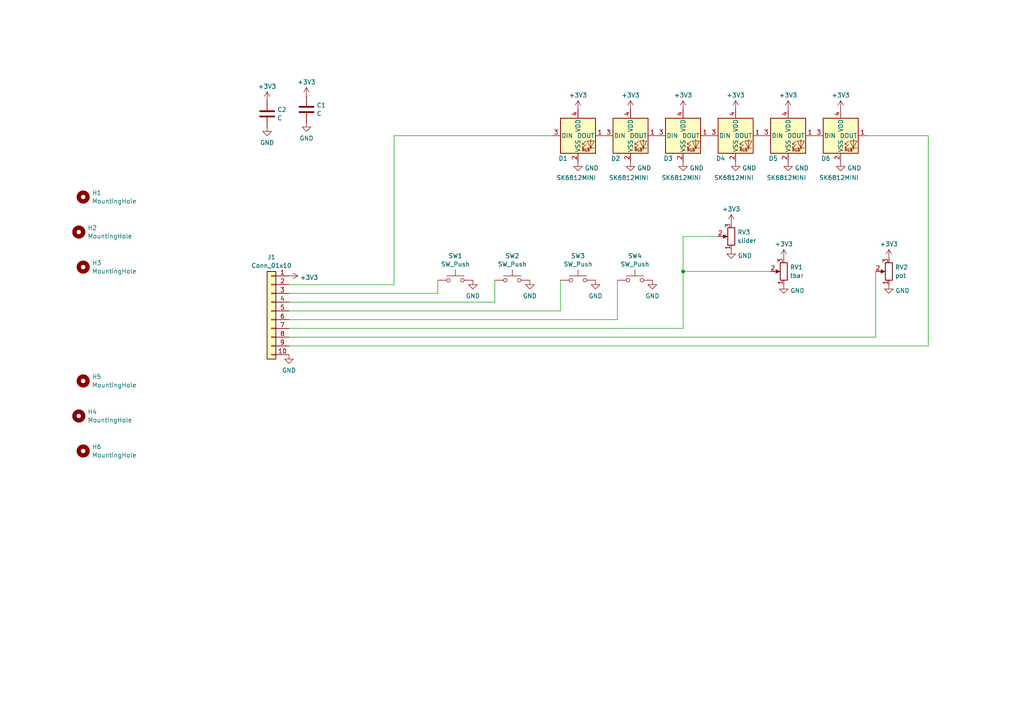
<source format=kicad_sch>
(kicad_sch (version 20231120) (generator "eeschema") (generator_version "8.0")
  (paper "A4")
  (lib_symbols
    (symbol "Connector_Generic:Conn_01x10" (pin_names (offset 1.016) hide)
      (property "Reference" "J" (at 0 12.7 0))
      (property "Value" "Conn_01x10" (at 0 -15.24 0))
      (symbol "Conn_01x10_1_1"
        (rectangle (start -1.27 -12.573) (end 0 -12.827) (stroke (width 0.1524)))
        (rectangle (start -1.27 -10.033) (end 0 -10.287) (stroke (width 0.1524)))
        (rectangle (start -1.27 -7.493) (end 0 -7.747) (stroke (width 0.1524)))
        (rectangle (start -1.27 -4.953) (end 0 -5.207) (stroke (width 0.1524)))
        (rectangle (start -1.27 -2.413) (end 0 -2.667) (stroke (width 0.1524)))
        (rectangle (start -1.27 0.127) (end 0 -0.127) (stroke (width 0.1524)))
        (rectangle (start -1.27 2.667) (end 0 2.413) (stroke (width 0.1524)))
        (rectangle (start -1.27 5.207) (end 0 4.953) (stroke (width 0.1524)))
        (rectangle (start -1.27 7.747) (end 0 7.493) (stroke (width 0.1524)))
        (rectangle (start -1.27 10.287) (end 0 10.033) (stroke (width 0.1524)))
        (rectangle (start -1.27 11.43) (end 1.27 -13.97) (stroke (width 0.254)) (fill (type background)))
        (pin passive line (at -5.08 10.16 0) (length 3.81) (name "Pin_1") (number "1"))
        (pin passive line (at -5.08 -12.7 0) (length 3.81) (name "Pin_10") (number "10"))
        (pin passive line (at -5.08 7.62 0) (length 3.81) (name "Pin_2") (number "2"))
        (pin passive line (at -5.08 5.08 0) (length 3.81) (name "Pin_3") (number "3"))
        (pin passive line (at -5.08 2.54 0) (length 3.81) (name "Pin_4") (number "4"))
        (pin passive line (at -5.08 0 0) (length 3.81) (name "Pin_5") (number "5"))
        (pin passive line (at -5.08 -2.54 0) (length 3.81) (name "Pin_6") (number "6"))
        (pin passive line (at -5.08 -5.08 0) (length 3.81) (name "Pin_7") (number "7"))
        (pin passive line (at -5.08 -7.62 0) (length 3.81) (name "Pin_8") (number "8"))
        (pin passive line (at -5.08 -10.16 0) (length 3.81) (name "Pin_9") (number "9"))
      )
    )
    (symbol "Device:C" (pin_numbers hide) (pin_names (offset 0.254))
      (property "Reference" "C" (at 0.635 2.54 0))
      (property "Value" "C" (at 0.635 -2.54 0))
      (symbol "C_0_1"
        (polyline (pts (xy -2.032 -0.762) (xy 2.032 -0.762)) (stroke (width 0.508)))
        (polyline (pts (xy -2.032 0.762) (xy 2.032 0.762)) (stroke (width 0.508)))
      )
      (symbol "C_1_1"
        (pin passive line (at 0 3.81 270) (length 2.794) (name "~") (number "1"))
        (pin passive line (at 0 -3.81 90) (length 2.794) (name "~") (number "2"))
      )
    )
    (symbol "Device:R_Potentiometer" (pin_names (offset 1.016) hide)
      (property "Reference" "RV" (at -4.445 0 90))
      (property "Value" "R_Potentiometer" (at -2.54 0 90))
      (symbol "R_Potentiometer_0_1"
        (polyline (pts (xy 2.54 0) (xy 1.524 0)))
        (polyline (pts (xy 1.143 0) (xy 2.286 0.508) (xy 2.286 -0.508) (xy 1.143 0)) (fill (type outline)))
        (rectangle (start 1.016 2.54) (end -1.016 -2.54) (stroke (width 0.254)))
      )
      (symbol "R_Potentiometer_1_1"
        (pin passive line (at 0 3.81 270) (length 1.27) (name "1") (number "1"))
        (pin passive line (at 3.81 0 180) (length 1.27) (name "2") (number "2"))
        (pin passive line (at 0 -3.81 90) (length 1.27) (name "3") (number "3"))
      )
    )
    (symbol "Mechanical:MountingHole" (pin_names (offset 1.016)) (exclude_from_sim yes) (in_bom no)
      (property "Reference" "H" (at 0 5.08 0))
      (property "Value" "MountingHole" (at 0 3.175 0))
      (symbol "MountingHole_0_1"
        (circle (center 0 0) (radius 1.27) (stroke (width 1.27)))
      )
    )
    (symbol "Switch:SW_Push" (pin_numbers hide) (pin_names (offset 1.016) hide)
      (property "Reference" "SW" (at 1.27 2.54 0))
      (property "Value" "SW_Push" (at 0 -1.524 0))
      (symbol "SW_Push_0_1"
        (circle (center -2.032 0) (radius 0.508))
        (polyline (pts (xy 0 1.27) (xy 0 3.048)))
        (polyline (pts (xy 2.54 1.27) (xy -2.54 1.27)))
        (circle (center 2.032 0) (radius 0.508))
        (pin passive line (at -5.08 0 0) (length 2.54) (name "1") (number "1"))
        (pin passive line (at 5.08 0 180) (length 2.54) (name "2") (number "2"))
      )
    )
    (symbol "power:+3V3" (power) (pin_names (offset 0))
      (property "Value" "+3V3" (at 0 3.556 0))
      (symbol "+3V3_0_1"
        (polyline (pts (xy -0.762 1.27) (xy 0 2.54)))
        (polyline (pts (xy 0 0) (xy 0 2.54)))
        (polyline (pts (xy 0 2.54) (xy 0.762 1.27)))
      )
      (symbol "+3V3_1_1"
        (pin power_in line (at 0 0 90) (length 0) hide (name "+3V3") (number "1"))
      )
    )
    (symbol "power:GND" (power) (pin_names (offset 0))
      (property "Value" "GND" (at 0 -3.81 0))
      (symbol "GND_0_1"
        (polyline (pts (xy 0 0) (xy 0 -1.27) (xy 1.27 -1.27) (xy 0 -2.54) (xy -1.27 -1.27) (xy 0 -1.27)))
      )
      (symbol "GND_1_1"
        (pin power_in line (at 0 0 270) (length 0) hide (name "GND") (number "1"))
      )
    )
    (symbol "synkie_symbols:SK6812MINI" (pin_names (offset 0.254))
      (property "Reference" "D" (at 5.08 5.715 0))
      (property "Value" "SK6812MINI" (at 1.27 -5.715 0))
      (symbol "SK6812MINI_0_0"
        (text "RGB" (at 2.286 -4.191 0) (effects (font (size 0.762 0.762))))
      )
      (symbol "SK6812MINI_0_1"
        (polyline (pts (xy 1.27 -3.556) (xy 1.778 -3.556)))
        (polyline (pts (xy 1.27 -2.54) (xy 1.778 -2.54)))
        (polyline (pts (xy 4.699 -3.556) (xy 2.667 -3.556)))
        (polyline (pts (xy 2.286 -2.54) (xy 1.27 -3.556) (xy 1.27 -3.048)))
        (polyline (pts (xy 2.286 -1.524) (xy 1.27 -2.54) (xy 1.27 -2.032)))
        (polyline (pts (xy 3.683 -1.016) (xy 3.683 -3.556) (xy 3.683 -4.064)))
        (polyline (pts (xy 4.699 -1.524) (xy 2.667 -1.524) (xy 3.683 -3.556) (xy 4.699 -1.524)))
        (rectangle (start 5.08 5.08) (end -5.08 -5.08) (stroke (width 0.254)) (fill (type background)))
      )
      (symbol "SK6812MINI_1_1"
        (pin output line (at 7.62 0 180) (length 2.54) (name "DOUT") (number "1"))
        (pin power_in line (at 0 -7.62 90) (length 2.54) (name "VSS") (number "2"))
        (pin input line (at -7.62 0 0) (length 2.54) (name "DIN") (number "3"))
        (pin power_in line (at 0 7.62 270) (length 2.54) (name "VDD") (number "4"))
      )
    )
  )
  (junction (at 198.12 78.74))
  (wire (pts (xy 198.12 68.58) (xy 198.12 78.74)))
  (wire (pts (xy 251.46 39.37) (xy 269.24 39.37)))
  (wire (pts (xy 83.82 100.33) (xy 269.24 100.33)))
  (wire (pts (xy 83.82 85.09) (xy 127 85.09)))
  (wire (pts (xy 143.51 87.63) (xy 143.51 81.28)))
  (wire (pts (xy 114.3 39.37) (xy 160.02 39.37)))
  (wire (pts (xy 83.82 95.25) (xy 198.12 95.25)))
  (wire (pts (xy 208.28 68.58) (xy 198.12 68.58)))
  (wire (pts (xy 198.12 78.74) (xy 198.12 95.25)))
  (wire (pts (xy 223.52 78.74) (xy 198.12 78.74)))
  (wire (pts (xy 254 78.74) (xy 254 97.79)))
  (wire (pts (xy 83.82 97.79) (xy 254 97.79)))
  (wire (pts (xy 83.82 90.17) (xy 162.56 90.17)))
  (wire (pts (xy 83.82 82.55) (xy 114.3 82.55)))
  (wire (pts (xy 127 85.09) (xy 127 81.28)))
  (wire (pts (xy 162.56 90.17) (xy 162.56 81.28)))
  (wire (pts (xy 179.07 92.71) (xy 179.07 81.28)))
  (wire (pts (xy 269.24 39.37) (xy 269.24 100.33)))
  (wire (pts (xy 83.82 92.71) (xy 179.07 92.71)))
  (wire (pts (xy 83.82 87.63) (xy 143.51 87.63)))
  (wire (pts (xy 114.3 82.55) (xy 114.3 39.37)))
  (symbol (lib_id "power:+3V3") (at 198.12 31.75 0) (unit 1)
    (property "Reference" "#PWR07" (effects (hide yes)))
    (property "Value" "+3V3" (at 198.12 27.6169 0))
  )
  (symbol (lib_id "synkie_symbols:SK6812MINI") (at 167.64 39.37 0) (unit 1)
    (property "Reference" "D1" (at 163.322 45.974 0))
    (property "Value" "SK6812MINI" (at 167.132 51.562 0))
    (property "Footprint" "LED_SMD:LED_SK6812MINI_PLCC4_3.5x3.5mm_P1.75mm" (effects (hide yes)))
    (property "Datasheet" "https://cdn-shop.adafruit.com/product-files/2686/SK6812MINI_REV.01-1-2.pdf" (effects (hide yes)))
  )
  (symbol (lib_id "synkie_symbols:SK6812MINI") (at 228.6 39.37 0) (unit 1)
    (property "Reference" "D5" (at 224.282 45.974 0))
    (property "Value" "SK6812MINI" (at 228.092 51.562 0))
    (property "Footprint" "LED_SMD:LED_SK6812MINI_PLCC4_3.5x3.5mm_P1.75mm" (effects (hide yes)))
    (property "Datasheet" "https://cdn-shop.adafruit.com/product-files/2686/SK6812MINI_REV.01-1-2.pdf" (effects (hide yes)))
  )
  (symbol (lib_id "power:+3V3") (at 257.81 74.93 0) (unit 1)
    (property "Reference" "#PWR025" (effects (hide yes)))
    (property "Value" "+3V3" (at 257.81 70.7969 0))
  )
  (symbol (lib_id "power:+3V3") (at 212.09 64.77 0) (unit 1)
    (property "Reference" "#PWR027" (effects (hide yes)))
    (property "Value" "+3V3" (at 212.09 60.6369 0))
  )
  (symbol (lib_id "Device:C") (at 88.9 31.75 0) (unit 1)
    (property "Reference" "C1" (at 91.821 30.5378 0) (effects (justify left)))
    (property "Value" "C" (at 91.821 32.9621 0) (effects (justify left)))
    (property "Footprint" "Capacitor_SMD:C_0603_1608Metric" (effects (hide yes)))
    (property "Description" "Unpolarized capacitor" (effects (hide yes)))
  )
  (symbol (lib_id "Device:R_Potentiometer") (at 257.81 78.74 180) (unit 1)
    (property "Reference" "RV2" (at 259.588 77.5278 0) (effects (justify right)))
    (property "Value" "pot" (at 259.588 79.9521 0) (effects (justify right)))
    (property "Footprint" "synkie_footprints:Potentiometer_Alps_RK09K_Single_Vertical" (effects (hide yes)))
    (property "Description" "Potentiometer" (effects (hide yes)))
  )
  (symbol (lib_id "power:GND") (at 198.12 46.99 0) (unit 1)
    (property "Reference" "#PWR08" (effects (hide yes)))
    (property "Value" "GND" (at 200.025 48.739 0) (effects (justify left)))
  )
  (symbol (lib_id "synkie_symbols:SK6812MINI") (at 243.84 39.37 0) (unit 1)
    (property "Reference" "D6" (at 239.522 45.974 0))
    (property "Value" "SK6812MINI" (at 243.332 51.562 0))
    (property "Footprint" "LED_SMD:LED_SK6812MINI_PLCC4_3.5x3.5mm_P1.75mm" (effects (hide yes)))
    (property "Datasheet" "https://cdn-shop.adafruit.com/product-files/2686/SK6812MINI_REV.01-1-2.pdf" (effects (hide yes)))
  )
  (symbol (lib_id "power:GND") (at 153.67 81.28 0) (unit 1)
    (property "Reference" "#PWR016" (effects (hide yes)))
    (property "Value" "GND" (at 153.67 85.8425 0))
  )
  (symbol (lib_id "Switch:SW_Push") (at 132.08 81.28 0) (unit 1)
    (property "Reference" "SW1" (at 132.08 74.2145 0))
    (property "Value" "SW_Push" (at 132.08 76.6388 0))
    (property "Footprint" "Button_Switch_SMD:SW_Tactile_SPST_NO_Straight_CK_PTS636Sx25SMTRLFS" (effects (hide yes)))
    (property "Description" "Push button switch, generic, two pins" (effects (hide yes)))
  )
  (symbol (lib_id "power:GND") (at 213.36 46.99 0) (unit 1)
    (property "Reference" "#PWR010" (effects (hide yes)))
    (property "Value" "GND" (at 215.265 48.739 0) (effects (justify left)))
  )
  (symbol (lib_id "synkie_symbols:SK6812MINI") (at 213.36 39.37 0) (unit 1)
    (property "Reference" "D4" (at 209.042 45.974 0))
    (property "Value" "SK6812MINI" (at 212.852 51.562 0))
    (property "Footprint" "LED_SMD:LED_SK6812MINI_PLCC4_3.5x3.5mm_P1.75mm" (effects (hide yes)))
    (property "Datasheet" "https://cdn-shop.adafruit.com/product-files/2686/SK6812MINI_REV.01-1-2.pdf" (effects (hide yes)))
  )
  (symbol (lib_id "power:GND") (at 228.6 46.99 0) (unit 1)
    (property "Reference" "#PWR012" (effects (hide yes)))
    (property "Value" "GND" (at 230.505 48.739 0) (effects (justify left)))
  )
  (symbol (lib_id "power:GND") (at 137.16 81.28 0) (unit 1)
    (property "Reference" "#PWR015" (effects (hide yes)))
    (property "Value" "GND" (at 137.16 85.8425 0))
  )
  (symbol (lib_id "power:+3V3") (at 77.47 29.21 0) (unit 1)
    (property "Reference" "#PWR023" (effects (hide yes)))
    (property "Value" "+3V3" (at 77.47 25.0769 0))
  )
  (symbol (lib_id "power:GND") (at 212.09 72.39 0) (unit 1)
    (property "Reference" "#PWR028" (effects (hide yes)))
    (property "Value" "GND" (at 213.995 74.139 0) (effects (justify left)))
  )
  (symbol (lib_id "power:+3V3") (at 88.9 27.94 0) (unit 1)
    (property "Reference" "#PWR021" (effects (hide yes)))
    (property "Value" "+3V3" (at 88.9 23.8069 0))
  )
  (symbol (lib_id "power:GND") (at 88.9 35.56 0) (unit 1)
    (property "Reference" "#PWR022" (effects (hide yes)))
    (property "Value" "GND" (at 88.9 40.1225 0))
  )
  (symbol (lib_id "Mechanical:MountingHole") (at 22.86 67.31 0) (unit 1) (exclude_from_sim yes) (in_bom no)
    (property "Reference" "H2" (at 25.4 66.0978 0) (effects (justify left)))
    (property "Value" "MountingHole" (at 25.4 68.5221 0) (effects (justify left)))
    (property "Footprint" "MountingHole:MountingHole_3.2mm_M3" (effects (hide yes)))
    (property "Description" "Mounting Hole without connection" (effects (hide yes)))
  )
  (symbol (lib_id "power:+3V3") (at 227.33 74.93 0) (unit 1)
    (property "Reference" "#PWR019" (effects (hide yes)))
    (property "Value" "+3V3" (at 227.33 70.7969 0))
  )
  (symbol (lib_id "Mechanical:MountingHole") (at 22.86 120.65 0) (unit 1) (exclude_from_sim yes) (in_bom no)
    (property "Reference" "H4" (at 25.4 119.4378 0) (effects (justify left)))
    (property "Value" "MountingHole" (at 25.4 121.8621 0) (effects (justify left)))
    (property "Footprint" "MountingHole:MountingHole_3.2mm_M3" (effects (hide yes)))
    (property "Description" "Mounting Hole without connection" (effects (hide yes)))
  )
  (symbol (lib_id "power:GND") (at 243.84 46.99 0) (unit 1)
    (property "Reference" "#PWR014" (effects (hide yes)))
    (property "Value" "GND" (at 245.745 48.739 0) (effects (justify left)))
  )
  (symbol (lib_id "Mechanical:MountingHole") (at 24.13 110.49 0) (unit 1) (exclude_from_sim yes) (in_bom no)
    (property "Reference" "H5" (at 26.67 109.2778 0) (effects (justify left)))
    (property "Value" "MountingHole" (at 26.67 111.7021 0) (effects (justify left)))
    (property "Footprint" "MountingHole:MountingHole_3.2mm_M3" (effects (hide yes)))
    (property "Description" "Mounting Hole without connection" (effects (hide yes)))
  )
  (symbol (lib_id "power:+3V3") (at 167.64 31.75 0) (unit 1)
    (property "Reference" "#PWR01" (effects (hide yes)))
    (property "Value" "+3V3" (at 167.64 27.6169 0))
  )
  (symbol (lib_id "power:GND") (at 77.47 36.83 0) (unit 1)
    (property "Reference" "#PWR024" (effects (hide yes)))
    (property "Value" "GND" (at 77.47 41.3925 0))
  )
  (symbol (lib_id "Switch:SW_Push") (at 148.59 81.28 0) (unit 1)
    (property "Reference" "SW2" (at 148.59 74.2145 0))
    (property "Value" "SW_Push" (at 148.59 76.6388 0))
    (property "Footprint" "Button_Switch_SMD:SW_Tactile_SPST_NO_Straight_CK_PTS636Sx25SMTRLFS" (effects (hide yes)))
    (property "Description" "Push button switch, generic, two pins" (effects (hide yes)))
  )
  (symbol (lib_id "power:+3V3") (at 182.88 31.75 0) (unit 1)
    (property "Reference" "#PWR05" (effects (hide yes)))
    (property "Value" "+3V3" (at 182.88 27.6169 0))
  )
  (symbol (lib_id "power:+3V3") (at 83.82 80.01 270) (unit 1)
    (property "Reference" "#PWR03" (effects (hide yes)))
    (property "Value" "+3V3" (at 86.995 80.489 90) (effects (justify left)))
  )
  (symbol (lib_id "power:GND") (at 83.82 102.87 0) (unit 1)
    (property "Reference" "#PWR04" (effects (hide yes)))
    (property "Value" "GND" (at 83.82 107.4325 0))
  )
  (symbol (lib_id "power:GND") (at 172.72 81.28 0) (unit 1)
    (property "Reference" "#PWR017" (effects (hide yes)))
    (property "Value" "GND" (at 172.72 85.8425 0))
  )
  (symbol (lib_id "power:+3V3") (at 228.6 31.75 0) (unit 1)
    (property "Reference" "#PWR011" (effects (hide yes)))
    (property "Value" "+3V3" (at 228.6 27.6169 0))
  )
  (symbol (lib_id "Connector_Generic:Conn_01x10") (at 78.74 90.17 0) (mirror y) (unit 1)
    (property "Reference" "J1" (at 78.74 74.5955 0))
    (property "Value" "Conn_01x10" (at 78.74 77.0198 0))
    (property "Footprint" "Connector_IDC:IDC-Header_2x05_P2.54mm_Vertical" (effects (hide yes)))
    (property "Description" "Generic connector, single row, 01x10, script generated (kicad-library-utils/schlib/autogen/connector/)" (effects (hide yes)))
  )
  (symbol (lib_id "synkie_symbols:SK6812MINI") (at 182.88 39.37 0) (unit 1)
    (property "Reference" "D2" (at 178.562 45.974 0))
    (property "Value" "SK6812MINI" (at 182.372 51.562 0))
    (property "Footprint" "LED_SMD:LED_SK6812MINI_PLCC4_3.5x3.5mm_P1.75mm" (effects (hide yes)))
    (property "Datasheet" "https://cdn-shop.adafruit.com/product-files/2686/SK6812MINI_REV.01-1-2.pdf" (effects (hide yes)))
  )
  (symbol (lib_id "power:+3V3") (at 213.36 31.75 0) (unit 1)
    (property "Reference" "#PWR09" (effects (hide yes)))
    (property "Value" "+3V3" (at 213.36 27.6169 0))
  )
  (symbol (lib_id "Device:R_Potentiometer") (at 212.09 68.58 180) (unit 1)
    (property "Reference" "RV3" (at 213.868 67.3678 0) (effects (justify right)))
    (property "Value" "slider" (at 213.868 69.7921 0) (effects (justify right)))
    (property "Footprint" "synkie_footprints:Potentiometer_Alps_RS6011xP_Slide" (effects (hide yes)))
    (property "Description" "Potentiometer" (effects (hide yes)))
  )
  (symbol (lib_id "power:GND") (at 227.33 82.55 0) (unit 1)
    (property "Reference" "#PWR020" (effects (hide yes)))
    (property "Value" "GND" (at 229.235 84.299 0) (effects (justify left)))
  )
  (symbol (lib_id "power:+3V3") (at 243.84 31.75 0) (unit 1)
    (property "Reference" "#PWR013" (effects (hide yes)))
    (property "Value" "+3V3" (at 243.84 27.6169 0))
  )
  (symbol (lib_id "Switch:SW_Push") (at 167.64 81.28 0) (unit 1)
    (property "Reference" "SW3" (at 167.64 74.2145 0))
    (property "Value" "SW_Push" (at 167.64 76.6388 0))
    (property "Footprint" "Button_Switch_SMD:SW_Tactile_SPST_NO_Straight_CK_PTS636Sx25SMTRLFS" (effects (hide yes)))
    (property "Description" "Push button switch, generic, two pins" (effects (hide yes)))
  )
  (symbol (lib_id "Mechanical:MountingHole") (at 24.13 77.47 0) (unit 1) (exclude_from_sim yes) (in_bom no)
    (property "Reference" "H3" (at 26.67 76.2578 0) (effects (justify left)))
    (property "Value" "MountingHole" (at 26.67 78.6821 0) (effects (justify left)))
    (property "Footprint" "MountingHole:MountingHole_3.2mm_M3" (effects (hide yes)))
    (property "Description" "Mounting Hole without connection" (effects (hide yes)))
  )
  (symbol (lib_id "Device:R_Potentiometer") (at 227.33 78.74 180) (unit 1)
    (property "Reference" "RV1" (at 229.108 77.5278 0) (effects (justify right)))
    (property "Value" "tbar" (at 229.108 79.9521 0) (effects (justify right)))
    (property "Footprint" "synkie_footprints:Potentiometer_Alps_RK09K_Single_Horizontal" (effects (hide yes)))
    (property "Description" "Potentiometer" (effects (hide yes)))
  )
  (symbol (lib_id "synkie_symbols:SK6812MINI") (at 198.12 39.37 0) (unit 1)
    (property "Reference" "D3" (at 193.802 45.974 0))
    (property "Value" "SK6812MINI" (at 197.612 51.562 0))
    (property "Footprint" "LED_SMD:LED_SK6812MINI_PLCC4_3.5x3.5mm_P1.75mm" (effects (hide yes)))
    (property "Datasheet" "https://cdn-shop.adafruit.com/product-files/2686/SK6812MINI_REV.01-1-2.pdf" (effects (hide yes)))
  )
  (symbol (lib_id "Mechanical:MountingHole") (at 24.13 57.15 0) (unit 1) (exclude_from_sim yes) (in_bom no)
    (property "Reference" "H1" (at 26.67 55.9378 0) (effects (justify left)))
    (property "Value" "MountingHole" (at 26.67 58.3621 0) (effects (justify left)))
    (property "Footprint" "MountingHole:MountingHole_3.2mm_M3" (effects (hide yes)))
    (property "Description" "Mounting Hole without connection" (effects (hide yes)))
  )
  (symbol (lib_id "power:GND") (at 257.81 82.55 0) (unit 1)
    (property "Reference" "#PWR026" (effects (hide yes)))
    (property "Value" "GND" (at 259.715 84.299 0) (effects (justify left)))
  )
  (symbol (lib_id "Switch:SW_Push") (at 184.15 81.28 0) (unit 1)
    (property "Reference" "SW4" (at 184.15 74.2145 0))
    (property "Value" "SW_Push" (at 184.15 76.6388 0))
    (property "Footprint" "Button_Switch_SMD:SW_Tactile_SPST_NO_Straight_CK_PTS636Sx25SMTRLFS" (effects (hide yes)))
    (property "Description" "Push button switch, generic, two pins" (effects (hide yes)))
  )
  (symbol (lib_id "power:GND") (at 167.64 46.99 0) (unit 1)
    (property "Reference" "#PWR02" (effects (hide yes)))
    (property "Value" "GND" (at 169.545 48.739 0) (effects (justify left)))
  )
  (symbol (lib_id "power:GND") (at 182.88 46.99 0) (unit 1)
    (property "Reference" "#PWR06" (effects (hide yes)))
    (property "Value" "GND" (at 184.785 48.739 0) (effects (justify left)))
  )
  (symbol (lib_id "power:GND") (at 189.23 81.28 0) (unit 1)
    (property "Reference" "#PWR018" (effects (hide yes)))
    (property "Value" "GND" (at 189.23 85.8425 0))
  )
  (symbol (lib_id "Mechanical:MountingHole") (at 24.13 130.81 0) (unit 1) (exclude_from_sim yes) (in_bom no)
    (property "Reference" "H6" (at 26.67 129.5978 0) (effects (justify left)))
    (property "Value" "MountingHole" (at 26.67 132.0221 0) (effects (justify left)))
    (property "Footprint" "MountingHole:MountingHole_3.2mm_M3" (effects (hide yes)))
    (property "Description" "Mounting Hole without connection" (effects (hide yes)))
  )
  (symbol (lib_id "Device:C") (at 77.47 33.02 0) (unit 1)
    (property "Reference" "C2" (at 80.391 31.8078 0) (effects (justify left)))
    (property "Value" "C" (at 80.391 34.2321 0) (effects (justify left)))
    (property "Footprint" "Capacitor_SMD:C_0603_1608Metric" (effects (hide yes)))
    (property "Description" "Unpolarized capacitor" (effects (hide yes)))
  )
)
</source>
